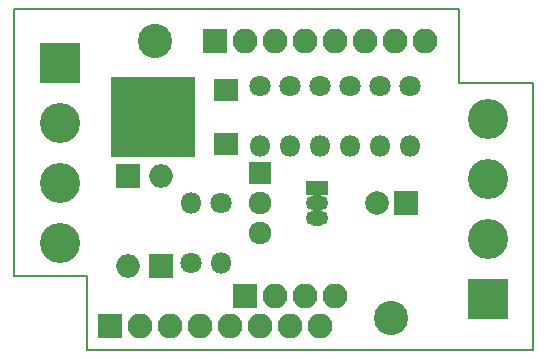
<source format=gts>
G04 #@! TF.GenerationSoftware,KiCad,Pcbnew,5.1.4+dfsg1-1*
G04 #@! TF.CreationDate,2020-08-30T00:54:54+02:00*
G04 #@! TF.ProjectId,C64Saver2,43363453-6176-4657-9232-2e6b69636164,rev?*
G04 #@! TF.SameCoordinates,Original*
G04 #@! TF.FileFunction,Soldermask,Top*
G04 #@! TF.FilePolarity,Negative*
%FSLAX46Y46*%
G04 Gerber Fmt 4.6, Leading zero omitted, Abs format (unit mm)*
G04 Created by KiCad (PCBNEW 5.1.4+dfsg1-1) date 2020-08-30 00:54:54*
%MOMM*%
%LPD*%
G04 APERTURE LIST*
%ADD10C,0.150000*%
%ADD11R,2.000000X2.000000*%
%ADD12C,2.000000*%
%ADD13C,3.400000*%
%ADD14R,3.400000X3.400000*%
%ADD15O,2.000000X2.000000*%
%ADD16O,1.900000X1.300000*%
%ADD17R,1.900000X1.300000*%
%ADD18R,2.000000X1.900000*%
%ADD19R,7.100000X6.900000*%
%ADD20R,2.100000X2.100000*%
%ADD21O,2.100000X2.100000*%
%ADD22C,2.900000*%
%ADD23C,1.800000*%
%ADD24O,1.800000X1.800000*%
%ADD25C,1.920000*%
%ADD26R,1.920000X1.920000*%
G04 APERTURE END LIST*
D10*
X140462000Y-106299000D02*
X140462000Y-83693000D01*
X146685000Y-106299000D02*
X140462000Y-106299000D01*
X146685000Y-112522000D02*
X146685000Y-106299000D01*
X184404000Y-112522000D02*
X146685000Y-112522000D01*
X184404000Y-89916000D02*
X184404000Y-112522000D01*
X178181000Y-89916000D02*
X184404000Y-89916000D01*
X178181000Y-83693000D02*
X178181000Y-89916000D01*
X140462000Y-83693000D02*
X178181000Y-83693000D01*
D11*
X173696000Y-100076000D03*
D12*
X171196000Y-100076000D03*
D13*
X144399000Y-93345000D03*
X144399000Y-98425000D03*
D14*
X144399000Y-88265000D03*
D13*
X144399000Y-103505000D03*
D11*
X152908000Y-105410000D03*
D15*
X152908000Y-97790000D03*
D11*
X150114000Y-97790000D03*
D15*
X150114000Y-105410000D03*
D13*
X180594000Y-103124000D03*
X180594000Y-98044000D03*
D14*
X180594000Y-108204000D03*
D13*
X180594000Y-92964000D03*
D16*
X166116000Y-100076000D03*
X166116000Y-101346000D03*
D17*
X166116000Y-98806000D03*
D18*
X158397600Y-95111600D03*
X158397600Y-90511600D03*
D19*
X152247600Y-92811600D03*
D20*
X157480000Y-86360000D03*
D21*
X160020000Y-86360000D03*
X162560000Y-86360000D03*
X165100000Y-86360000D03*
X167640000Y-86360000D03*
X170180000Y-86360000D03*
X172720000Y-86360000D03*
X175260000Y-86360000D03*
D20*
X148590000Y-110490000D03*
D21*
X151130000Y-110490000D03*
X153670000Y-110490000D03*
X156210000Y-110490000D03*
X158750000Y-110490000D03*
X161290000Y-110490000D03*
X163830000Y-110490000D03*
X166370000Y-110490000D03*
D20*
X160020000Y-107950000D03*
D21*
X162560000Y-107950000D03*
X165100000Y-107950000D03*
X167640000Y-107950000D03*
D22*
X152405080Y-86357460D03*
X172399960Y-109862620D03*
D23*
X173990000Y-90170000D03*
D24*
X173990000Y-95250000D03*
D23*
X171450000Y-90170000D03*
D24*
X171450000Y-95250000D03*
D23*
X168910000Y-90170000D03*
D24*
X168910000Y-95250000D03*
D23*
X166370000Y-90170000D03*
D24*
X166370000Y-95250000D03*
D23*
X163830000Y-90170000D03*
D24*
X163830000Y-95250000D03*
D23*
X161290000Y-90170000D03*
D24*
X161290000Y-95250000D03*
D23*
X157988000Y-100076000D03*
D24*
X157988000Y-105156000D03*
D23*
X155448000Y-105156000D03*
D24*
X155448000Y-100076000D03*
D25*
X161290000Y-100076000D03*
X161290000Y-102616000D03*
D26*
X161290000Y-97536000D03*
M02*

</source>
